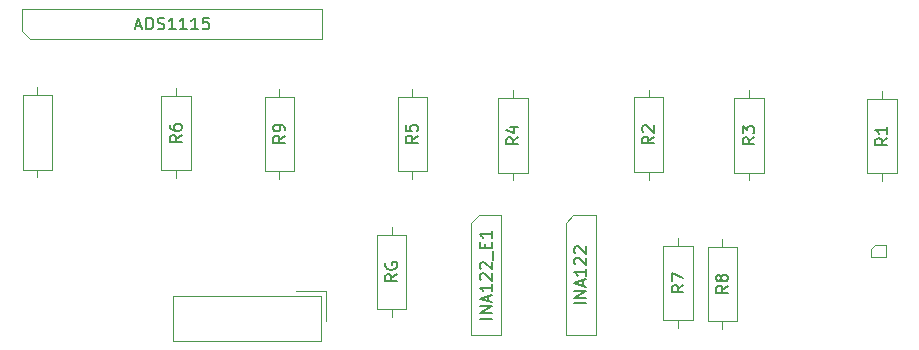
<source format=gbr>
%TF.GenerationSoftware,KiCad,Pcbnew,8.0.1*%
%TF.CreationDate,2024-10-21T16:06:20-03:00*%
%TF.ProjectId,placa_de_sensores,706c6163-615f-4646-955f-73656e736f72,rev?*%
%TF.SameCoordinates,Original*%
%TF.FileFunction,AssemblyDrawing,Top*%
%FSLAX46Y46*%
G04 Gerber Fmt 4.6, Leading zero omitted, Abs format (unit mm)*
G04 Created by KiCad (PCBNEW 8.0.1) date 2024-10-21 16:06:20*
%MOMM*%
%LPD*%
G01*
G04 APERTURE LIST*
%ADD10C,0.150000*%
%ADD11C,0.100000*%
G04 APERTURE END LIST*
D10*
X175454819Y-73650951D02*
X174454819Y-73650951D01*
X175454819Y-73174761D02*
X174454819Y-73174761D01*
X174454819Y-73174761D02*
X175454819Y-72603333D01*
X175454819Y-72603333D02*
X174454819Y-72603333D01*
X175169104Y-72174761D02*
X175169104Y-71698571D01*
X175454819Y-72269999D02*
X174454819Y-71936666D01*
X174454819Y-71936666D02*
X175454819Y-71603333D01*
X175454819Y-70746190D02*
X175454819Y-71317618D01*
X175454819Y-71031904D02*
X174454819Y-71031904D01*
X174454819Y-71031904D02*
X174597676Y-71127142D01*
X174597676Y-71127142D02*
X174692914Y-71222380D01*
X174692914Y-71222380D02*
X174740533Y-71317618D01*
X174550057Y-70365237D02*
X174502438Y-70317618D01*
X174502438Y-70317618D02*
X174454819Y-70222380D01*
X174454819Y-70222380D02*
X174454819Y-69984285D01*
X174454819Y-69984285D02*
X174502438Y-69889047D01*
X174502438Y-69889047D02*
X174550057Y-69841428D01*
X174550057Y-69841428D02*
X174645295Y-69793809D01*
X174645295Y-69793809D02*
X174740533Y-69793809D01*
X174740533Y-69793809D02*
X174883390Y-69841428D01*
X174883390Y-69841428D02*
X175454819Y-70412856D01*
X175454819Y-70412856D02*
X175454819Y-69793809D01*
X174550057Y-69412856D02*
X174502438Y-69365237D01*
X174502438Y-69365237D02*
X174454819Y-69269999D01*
X174454819Y-69269999D02*
X174454819Y-69031904D01*
X174454819Y-69031904D02*
X174502438Y-68936666D01*
X174502438Y-68936666D02*
X174550057Y-68889047D01*
X174550057Y-68889047D02*
X174645295Y-68841428D01*
X174645295Y-68841428D02*
X174740533Y-68841428D01*
X174740533Y-68841428D02*
X174883390Y-68889047D01*
X174883390Y-68889047D02*
X175454819Y-69460475D01*
X175454819Y-69460475D02*
X175454819Y-68841428D01*
X159454819Y-71190476D02*
X158978628Y-71523809D01*
X159454819Y-71761904D02*
X158454819Y-71761904D01*
X158454819Y-71761904D02*
X158454819Y-71380952D01*
X158454819Y-71380952D02*
X158502438Y-71285714D01*
X158502438Y-71285714D02*
X158550057Y-71238095D01*
X158550057Y-71238095D02*
X158645295Y-71190476D01*
X158645295Y-71190476D02*
X158788152Y-71190476D01*
X158788152Y-71190476D02*
X158883390Y-71238095D01*
X158883390Y-71238095D02*
X158931009Y-71285714D01*
X158931009Y-71285714D02*
X158978628Y-71380952D01*
X158978628Y-71380952D02*
X158978628Y-71761904D01*
X158502438Y-70238095D02*
X158454819Y-70333333D01*
X158454819Y-70333333D02*
X158454819Y-70476190D01*
X158454819Y-70476190D02*
X158502438Y-70619047D01*
X158502438Y-70619047D02*
X158597676Y-70714285D01*
X158597676Y-70714285D02*
X158692914Y-70761904D01*
X158692914Y-70761904D02*
X158883390Y-70809523D01*
X158883390Y-70809523D02*
X159026247Y-70809523D01*
X159026247Y-70809523D02*
X159216723Y-70761904D01*
X159216723Y-70761904D02*
X159311961Y-70714285D01*
X159311961Y-70714285D02*
X159407200Y-70619047D01*
X159407200Y-70619047D02*
X159454819Y-70476190D01*
X159454819Y-70476190D02*
X159454819Y-70380952D01*
X159454819Y-70380952D02*
X159407200Y-70238095D01*
X159407200Y-70238095D02*
X159359580Y-70190476D01*
X159359580Y-70190476D02*
X159026247Y-70190476D01*
X159026247Y-70190476D02*
X159026247Y-70380952D01*
X149954819Y-59476666D02*
X149478628Y-59809999D01*
X149954819Y-60048094D02*
X148954819Y-60048094D01*
X148954819Y-60048094D02*
X148954819Y-59667142D01*
X148954819Y-59667142D02*
X149002438Y-59571904D01*
X149002438Y-59571904D02*
X149050057Y-59524285D01*
X149050057Y-59524285D02*
X149145295Y-59476666D01*
X149145295Y-59476666D02*
X149288152Y-59476666D01*
X149288152Y-59476666D02*
X149383390Y-59524285D01*
X149383390Y-59524285D02*
X149431009Y-59571904D01*
X149431009Y-59571904D02*
X149478628Y-59667142D01*
X149478628Y-59667142D02*
X149478628Y-60048094D01*
X149954819Y-59000475D02*
X149954819Y-58809999D01*
X149954819Y-58809999D02*
X149907200Y-58714761D01*
X149907200Y-58714761D02*
X149859580Y-58667142D01*
X149859580Y-58667142D02*
X149716723Y-58571904D01*
X149716723Y-58571904D02*
X149526247Y-58524285D01*
X149526247Y-58524285D02*
X149145295Y-58524285D01*
X149145295Y-58524285D02*
X149050057Y-58571904D01*
X149050057Y-58571904D02*
X149002438Y-58619523D01*
X149002438Y-58619523D02*
X148954819Y-58714761D01*
X148954819Y-58714761D02*
X148954819Y-58905237D01*
X148954819Y-58905237D02*
X149002438Y-59000475D01*
X149002438Y-59000475D02*
X149050057Y-59048094D01*
X149050057Y-59048094D02*
X149145295Y-59095713D01*
X149145295Y-59095713D02*
X149383390Y-59095713D01*
X149383390Y-59095713D02*
X149478628Y-59048094D01*
X149478628Y-59048094D02*
X149526247Y-59000475D01*
X149526247Y-59000475D02*
X149573866Y-58905237D01*
X149573866Y-58905237D02*
X149573866Y-58714761D01*
X149573866Y-58714761D02*
X149526247Y-58619523D01*
X149526247Y-58619523D02*
X149478628Y-58571904D01*
X149478628Y-58571904D02*
X149383390Y-58524285D01*
X187454819Y-72166666D02*
X186978628Y-72499999D01*
X187454819Y-72738094D02*
X186454819Y-72738094D01*
X186454819Y-72738094D02*
X186454819Y-72357142D01*
X186454819Y-72357142D02*
X186502438Y-72261904D01*
X186502438Y-72261904D02*
X186550057Y-72214285D01*
X186550057Y-72214285D02*
X186645295Y-72166666D01*
X186645295Y-72166666D02*
X186788152Y-72166666D01*
X186788152Y-72166666D02*
X186883390Y-72214285D01*
X186883390Y-72214285D02*
X186931009Y-72261904D01*
X186931009Y-72261904D02*
X186978628Y-72357142D01*
X186978628Y-72357142D02*
X186978628Y-72738094D01*
X186883390Y-71595237D02*
X186835771Y-71690475D01*
X186835771Y-71690475D02*
X186788152Y-71738094D01*
X186788152Y-71738094D02*
X186692914Y-71785713D01*
X186692914Y-71785713D02*
X186645295Y-71785713D01*
X186645295Y-71785713D02*
X186550057Y-71738094D01*
X186550057Y-71738094D02*
X186502438Y-71690475D01*
X186502438Y-71690475D02*
X186454819Y-71595237D01*
X186454819Y-71595237D02*
X186454819Y-71404761D01*
X186454819Y-71404761D02*
X186502438Y-71309523D01*
X186502438Y-71309523D02*
X186550057Y-71261904D01*
X186550057Y-71261904D02*
X186645295Y-71214285D01*
X186645295Y-71214285D02*
X186692914Y-71214285D01*
X186692914Y-71214285D02*
X186788152Y-71261904D01*
X186788152Y-71261904D02*
X186835771Y-71309523D01*
X186835771Y-71309523D02*
X186883390Y-71404761D01*
X186883390Y-71404761D02*
X186883390Y-71595237D01*
X186883390Y-71595237D02*
X186931009Y-71690475D01*
X186931009Y-71690475D02*
X186978628Y-71738094D01*
X186978628Y-71738094D02*
X187073866Y-71785713D01*
X187073866Y-71785713D02*
X187264342Y-71785713D01*
X187264342Y-71785713D02*
X187359580Y-71738094D01*
X187359580Y-71738094D02*
X187407200Y-71690475D01*
X187407200Y-71690475D02*
X187454819Y-71595237D01*
X187454819Y-71595237D02*
X187454819Y-71404761D01*
X187454819Y-71404761D02*
X187407200Y-71309523D01*
X187407200Y-71309523D02*
X187359580Y-71261904D01*
X187359580Y-71261904D02*
X187264342Y-71214285D01*
X187264342Y-71214285D02*
X187073866Y-71214285D01*
X187073866Y-71214285D02*
X186978628Y-71261904D01*
X186978628Y-71261904D02*
X186931009Y-71309523D01*
X186931009Y-71309523D02*
X186883390Y-71404761D01*
X183704819Y-72106666D02*
X183228628Y-72439999D01*
X183704819Y-72678094D02*
X182704819Y-72678094D01*
X182704819Y-72678094D02*
X182704819Y-72297142D01*
X182704819Y-72297142D02*
X182752438Y-72201904D01*
X182752438Y-72201904D02*
X182800057Y-72154285D01*
X182800057Y-72154285D02*
X182895295Y-72106666D01*
X182895295Y-72106666D02*
X183038152Y-72106666D01*
X183038152Y-72106666D02*
X183133390Y-72154285D01*
X183133390Y-72154285D02*
X183181009Y-72201904D01*
X183181009Y-72201904D02*
X183228628Y-72297142D01*
X183228628Y-72297142D02*
X183228628Y-72678094D01*
X182704819Y-71773332D02*
X182704819Y-71106666D01*
X182704819Y-71106666D02*
X183704819Y-71535237D01*
X141204819Y-59416666D02*
X140728628Y-59749999D01*
X141204819Y-59988094D02*
X140204819Y-59988094D01*
X140204819Y-59988094D02*
X140204819Y-59607142D01*
X140204819Y-59607142D02*
X140252438Y-59511904D01*
X140252438Y-59511904D02*
X140300057Y-59464285D01*
X140300057Y-59464285D02*
X140395295Y-59416666D01*
X140395295Y-59416666D02*
X140538152Y-59416666D01*
X140538152Y-59416666D02*
X140633390Y-59464285D01*
X140633390Y-59464285D02*
X140681009Y-59511904D01*
X140681009Y-59511904D02*
X140728628Y-59607142D01*
X140728628Y-59607142D02*
X140728628Y-59988094D01*
X140204819Y-58559523D02*
X140204819Y-58749999D01*
X140204819Y-58749999D02*
X140252438Y-58845237D01*
X140252438Y-58845237D02*
X140300057Y-58892856D01*
X140300057Y-58892856D02*
X140442914Y-58988094D01*
X140442914Y-58988094D02*
X140633390Y-59035713D01*
X140633390Y-59035713D02*
X141014342Y-59035713D01*
X141014342Y-59035713D02*
X141109580Y-58988094D01*
X141109580Y-58988094D02*
X141157200Y-58940475D01*
X141157200Y-58940475D02*
X141204819Y-58845237D01*
X141204819Y-58845237D02*
X141204819Y-58654761D01*
X141204819Y-58654761D02*
X141157200Y-58559523D01*
X141157200Y-58559523D02*
X141109580Y-58511904D01*
X141109580Y-58511904D02*
X141014342Y-58464285D01*
X141014342Y-58464285D02*
X140776247Y-58464285D01*
X140776247Y-58464285D02*
X140681009Y-58511904D01*
X140681009Y-58511904D02*
X140633390Y-58559523D01*
X140633390Y-58559523D02*
X140585771Y-58654761D01*
X140585771Y-58654761D02*
X140585771Y-58845237D01*
X140585771Y-58845237D02*
X140633390Y-58940475D01*
X140633390Y-58940475D02*
X140681009Y-58988094D01*
X140681009Y-58988094D02*
X140776247Y-59035713D01*
X161204819Y-59476666D02*
X160728628Y-59809999D01*
X161204819Y-60048094D02*
X160204819Y-60048094D01*
X160204819Y-60048094D02*
X160204819Y-59667142D01*
X160204819Y-59667142D02*
X160252438Y-59571904D01*
X160252438Y-59571904D02*
X160300057Y-59524285D01*
X160300057Y-59524285D02*
X160395295Y-59476666D01*
X160395295Y-59476666D02*
X160538152Y-59476666D01*
X160538152Y-59476666D02*
X160633390Y-59524285D01*
X160633390Y-59524285D02*
X160681009Y-59571904D01*
X160681009Y-59571904D02*
X160728628Y-59667142D01*
X160728628Y-59667142D02*
X160728628Y-60048094D01*
X160204819Y-58571904D02*
X160204819Y-59048094D01*
X160204819Y-59048094D02*
X160681009Y-59095713D01*
X160681009Y-59095713D02*
X160633390Y-59048094D01*
X160633390Y-59048094D02*
X160585771Y-58952856D01*
X160585771Y-58952856D02*
X160585771Y-58714761D01*
X160585771Y-58714761D02*
X160633390Y-58619523D01*
X160633390Y-58619523D02*
X160681009Y-58571904D01*
X160681009Y-58571904D02*
X160776247Y-58524285D01*
X160776247Y-58524285D02*
X161014342Y-58524285D01*
X161014342Y-58524285D02*
X161109580Y-58571904D01*
X161109580Y-58571904D02*
X161157200Y-58619523D01*
X161157200Y-58619523D02*
X161204819Y-58714761D01*
X161204819Y-58714761D02*
X161204819Y-58952856D01*
X161204819Y-58952856D02*
X161157200Y-59048094D01*
X161157200Y-59048094D02*
X161109580Y-59095713D01*
X169704819Y-59606666D02*
X169228628Y-59939999D01*
X169704819Y-60178094D02*
X168704819Y-60178094D01*
X168704819Y-60178094D02*
X168704819Y-59797142D01*
X168704819Y-59797142D02*
X168752438Y-59701904D01*
X168752438Y-59701904D02*
X168800057Y-59654285D01*
X168800057Y-59654285D02*
X168895295Y-59606666D01*
X168895295Y-59606666D02*
X169038152Y-59606666D01*
X169038152Y-59606666D02*
X169133390Y-59654285D01*
X169133390Y-59654285D02*
X169181009Y-59701904D01*
X169181009Y-59701904D02*
X169228628Y-59797142D01*
X169228628Y-59797142D02*
X169228628Y-60178094D01*
X169038152Y-58749523D02*
X169704819Y-58749523D01*
X168657200Y-58987618D02*
X169371485Y-59225713D01*
X169371485Y-59225713D02*
X169371485Y-58606666D01*
X189704819Y-59606666D02*
X189228628Y-59939999D01*
X189704819Y-60178094D02*
X188704819Y-60178094D01*
X188704819Y-60178094D02*
X188704819Y-59797142D01*
X188704819Y-59797142D02*
X188752438Y-59701904D01*
X188752438Y-59701904D02*
X188800057Y-59654285D01*
X188800057Y-59654285D02*
X188895295Y-59606666D01*
X188895295Y-59606666D02*
X189038152Y-59606666D01*
X189038152Y-59606666D02*
X189133390Y-59654285D01*
X189133390Y-59654285D02*
X189181009Y-59701904D01*
X189181009Y-59701904D02*
X189228628Y-59797142D01*
X189228628Y-59797142D02*
X189228628Y-60178094D01*
X188704819Y-59273332D02*
X188704819Y-58654285D01*
X188704819Y-58654285D02*
X189085771Y-58987618D01*
X189085771Y-58987618D02*
X189085771Y-58844761D01*
X189085771Y-58844761D02*
X189133390Y-58749523D01*
X189133390Y-58749523D02*
X189181009Y-58701904D01*
X189181009Y-58701904D02*
X189276247Y-58654285D01*
X189276247Y-58654285D02*
X189514342Y-58654285D01*
X189514342Y-58654285D02*
X189609580Y-58701904D01*
X189609580Y-58701904D02*
X189657200Y-58749523D01*
X189657200Y-58749523D02*
X189704819Y-58844761D01*
X189704819Y-58844761D02*
X189704819Y-59130475D01*
X189704819Y-59130475D02*
X189657200Y-59225713D01*
X189657200Y-59225713D02*
X189609580Y-59273332D01*
X181204819Y-59536666D02*
X180728628Y-59869999D01*
X181204819Y-60108094D02*
X180204819Y-60108094D01*
X180204819Y-60108094D02*
X180204819Y-59727142D01*
X180204819Y-59727142D02*
X180252438Y-59631904D01*
X180252438Y-59631904D02*
X180300057Y-59584285D01*
X180300057Y-59584285D02*
X180395295Y-59536666D01*
X180395295Y-59536666D02*
X180538152Y-59536666D01*
X180538152Y-59536666D02*
X180633390Y-59584285D01*
X180633390Y-59584285D02*
X180681009Y-59631904D01*
X180681009Y-59631904D02*
X180728628Y-59727142D01*
X180728628Y-59727142D02*
X180728628Y-60108094D01*
X180300057Y-59155713D02*
X180252438Y-59108094D01*
X180252438Y-59108094D02*
X180204819Y-59012856D01*
X180204819Y-59012856D02*
X180204819Y-58774761D01*
X180204819Y-58774761D02*
X180252438Y-58679523D01*
X180252438Y-58679523D02*
X180300057Y-58631904D01*
X180300057Y-58631904D02*
X180395295Y-58584285D01*
X180395295Y-58584285D02*
X180490533Y-58584285D01*
X180490533Y-58584285D02*
X180633390Y-58631904D01*
X180633390Y-58631904D02*
X181204819Y-59203332D01*
X181204819Y-59203332D02*
X181204819Y-58584285D01*
X200954819Y-59666666D02*
X200478628Y-59999999D01*
X200954819Y-60238094D02*
X199954819Y-60238094D01*
X199954819Y-60238094D02*
X199954819Y-59857142D01*
X199954819Y-59857142D02*
X200002438Y-59761904D01*
X200002438Y-59761904D02*
X200050057Y-59714285D01*
X200050057Y-59714285D02*
X200145295Y-59666666D01*
X200145295Y-59666666D02*
X200288152Y-59666666D01*
X200288152Y-59666666D02*
X200383390Y-59714285D01*
X200383390Y-59714285D02*
X200431009Y-59761904D01*
X200431009Y-59761904D02*
X200478628Y-59857142D01*
X200478628Y-59857142D02*
X200478628Y-60238094D01*
X200954819Y-58714285D02*
X200954819Y-59285713D01*
X200954819Y-58999999D02*
X199954819Y-58999999D01*
X199954819Y-58999999D02*
X200097676Y-59095237D01*
X200097676Y-59095237D02*
X200192914Y-59190475D01*
X200192914Y-59190475D02*
X200240533Y-59285713D01*
X167454819Y-74960475D02*
X166454819Y-74960475D01*
X167454819Y-74484285D02*
X166454819Y-74484285D01*
X166454819Y-74484285D02*
X167454819Y-73912857D01*
X167454819Y-73912857D02*
X166454819Y-73912857D01*
X167169104Y-73484285D02*
X167169104Y-73008095D01*
X167454819Y-73579523D02*
X166454819Y-73246190D01*
X166454819Y-73246190D02*
X167454819Y-72912857D01*
X167454819Y-72055714D02*
X167454819Y-72627142D01*
X167454819Y-72341428D02*
X166454819Y-72341428D01*
X166454819Y-72341428D02*
X166597676Y-72436666D01*
X166597676Y-72436666D02*
X166692914Y-72531904D01*
X166692914Y-72531904D02*
X166740533Y-72627142D01*
X166550057Y-71674761D02*
X166502438Y-71627142D01*
X166502438Y-71627142D02*
X166454819Y-71531904D01*
X166454819Y-71531904D02*
X166454819Y-71293809D01*
X166454819Y-71293809D02*
X166502438Y-71198571D01*
X166502438Y-71198571D02*
X166550057Y-71150952D01*
X166550057Y-71150952D02*
X166645295Y-71103333D01*
X166645295Y-71103333D02*
X166740533Y-71103333D01*
X166740533Y-71103333D02*
X166883390Y-71150952D01*
X166883390Y-71150952D02*
X167454819Y-71722380D01*
X167454819Y-71722380D02*
X167454819Y-71103333D01*
X166550057Y-70722380D02*
X166502438Y-70674761D01*
X166502438Y-70674761D02*
X166454819Y-70579523D01*
X166454819Y-70579523D02*
X166454819Y-70341428D01*
X166454819Y-70341428D02*
X166502438Y-70246190D01*
X166502438Y-70246190D02*
X166550057Y-70198571D01*
X166550057Y-70198571D02*
X166645295Y-70150952D01*
X166645295Y-70150952D02*
X166740533Y-70150952D01*
X166740533Y-70150952D02*
X166883390Y-70198571D01*
X166883390Y-70198571D02*
X167454819Y-70769999D01*
X167454819Y-70769999D02*
X167454819Y-70150952D01*
X167550057Y-69960476D02*
X167550057Y-69198571D01*
X166931009Y-68960475D02*
X166931009Y-68627142D01*
X167454819Y-68484285D02*
X167454819Y-68960475D01*
X167454819Y-68960475D02*
X166454819Y-68960475D01*
X166454819Y-68960475D02*
X166454819Y-68484285D01*
X167454819Y-67531904D02*
X167454819Y-68103332D01*
X167454819Y-67817618D02*
X166454819Y-67817618D01*
X166454819Y-67817618D02*
X166597676Y-67912856D01*
X166597676Y-67912856D02*
X166692914Y-68008094D01*
X166692914Y-68008094D02*
X166740533Y-68103332D01*
X137320952Y-50169104D02*
X137797142Y-50169104D01*
X137225714Y-50454819D02*
X137559047Y-49454819D01*
X137559047Y-49454819D02*
X137892380Y-50454819D01*
X138225714Y-50454819D02*
X138225714Y-49454819D01*
X138225714Y-49454819D02*
X138463809Y-49454819D01*
X138463809Y-49454819D02*
X138606666Y-49502438D01*
X138606666Y-49502438D02*
X138701904Y-49597676D01*
X138701904Y-49597676D02*
X138749523Y-49692914D01*
X138749523Y-49692914D02*
X138797142Y-49883390D01*
X138797142Y-49883390D02*
X138797142Y-50026247D01*
X138797142Y-50026247D02*
X138749523Y-50216723D01*
X138749523Y-50216723D02*
X138701904Y-50311961D01*
X138701904Y-50311961D02*
X138606666Y-50407200D01*
X138606666Y-50407200D02*
X138463809Y-50454819D01*
X138463809Y-50454819D02*
X138225714Y-50454819D01*
X139178095Y-50407200D02*
X139320952Y-50454819D01*
X139320952Y-50454819D02*
X139559047Y-50454819D01*
X139559047Y-50454819D02*
X139654285Y-50407200D01*
X139654285Y-50407200D02*
X139701904Y-50359580D01*
X139701904Y-50359580D02*
X139749523Y-50264342D01*
X139749523Y-50264342D02*
X139749523Y-50169104D01*
X139749523Y-50169104D02*
X139701904Y-50073866D01*
X139701904Y-50073866D02*
X139654285Y-50026247D01*
X139654285Y-50026247D02*
X139559047Y-49978628D01*
X139559047Y-49978628D02*
X139368571Y-49931009D01*
X139368571Y-49931009D02*
X139273333Y-49883390D01*
X139273333Y-49883390D02*
X139225714Y-49835771D01*
X139225714Y-49835771D02*
X139178095Y-49740533D01*
X139178095Y-49740533D02*
X139178095Y-49645295D01*
X139178095Y-49645295D02*
X139225714Y-49550057D01*
X139225714Y-49550057D02*
X139273333Y-49502438D01*
X139273333Y-49502438D02*
X139368571Y-49454819D01*
X139368571Y-49454819D02*
X139606666Y-49454819D01*
X139606666Y-49454819D02*
X139749523Y-49502438D01*
X140701904Y-50454819D02*
X140130476Y-50454819D01*
X140416190Y-50454819D02*
X140416190Y-49454819D01*
X140416190Y-49454819D02*
X140320952Y-49597676D01*
X140320952Y-49597676D02*
X140225714Y-49692914D01*
X140225714Y-49692914D02*
X140130476Y-49740533D01*
X141654285Y-50454819D02*
X141082857Y-50454819D01*
X141368571Y-50454819D02*
X141368571Y-49454819D01*
X141368571Y-49454819D02*
X141273333Y-49597676D01*
X141273333Y-49597676D02*
X141178095Y-49692914D01*
X141178095Y-49692914D02*
X141082857Y-49740533D01*
X142606666Y-50454819D02*
X142035238Y-50454819D01*
X142320952Y-50454819D02*
X142320952Y-49454819D01*
X142320952Y-49454819D02*
X142225714Y-49597676D01*
X142225714Y-49597676D02*
X142130476Y-49692914D01*
X142130476Y-49692914D02*
X142035238Y-49740533D01*
X143511428Y-49454819D02*
X143035238Y-49454819D01*
X143035238Y-49454819D02*
X142987619Y-49931009D01*
X142987619Y-49931009D02*
X143035238Y-49883390D01*
X143035238Y-49883390D02*
X143130476Y-49835771D01*
X143130476Y-49835771D02*
X143368571Y-49835771D01*
X143368571Y-49835771D02*
X143463809Y-49883390D01*
X143463809Y-49883390D02*
X143511428Y-49931009D01*
X143511428Y-49931009D02*
X143559047Y-50026247D01*
X143559047Y-50026247D02*
X143559047Y-50264342D01*
X143559047Y-50264342D02*
X143511428Y-50359580D01*
X143511428Y-50359580D02*
X143463809Y-50407200D01*
X143463809Y-50407200D02*
X143368571Y-50454819D01*
X143368571Y-50454819D02*
X143130476Y-50454819D01*
X143130476Y-50454819D02*
X143035238Y-50407200D01*
X143035238Y-50407200D02*
X142987619Y-50359580D01*
D11*
%TO.C,CONEX\u00C3O-I2C1*%
X153410000Y-75140000D02*
X153410000Y-72640000D01*
X153410000Y-72640000D02*
X150910000Y-72640000D01*
X153000000Y-76850000D02*
X153000000Y-73050000D01*
X153000000Y-73050000D02*
X140500000Y-73050000D01*
X140500000Y-76850000D02*
X153000000Y-76850000D01*
X140500000Y-73050000D02*
X140500000Y-76850000D01*
%TO.C,INA122*%
X173730000Y-66825000D02*
X174365000Y-66190000D01*
X173730000Y-76350000D02*
X173730000Y-66825000D01*
X174365000Y-66190000D02*
X176270000Y-66190000D01*
X176270000Y-66190000D02*
X176270000Y-76350000D01*
X176270000Y-76350000D02*
X173730000Y-76350000D01*
%TO.C,RG*%
X159000000Y-67190000D02*
X159000000Y-67850000D01*
X160250000Y-67850000D02*
X157750000Y-67850000D01*
X157750000Y-67850000D02*
X157750000Y-74150000D01*
X160250000Y-74150000D02*
X160250000Y-67850000D01*
X157750000Y-74150000D02*
X160250000Y-74150000D01*
X159000000Y-74810000D02*
X159000000Y-74150000D01*
%TO.C,R10*%
X129000000Y-55380000D02*
X129000000Y-56040000D01*
X130250000Y-56040000D02*
X127750000Y-56040000D01*
X127750000Y-56040000D02*
X127750000Y-62340000D01*
X130250000Y-62340000D02*
X130250000Y-56040000D01*
X127750000Y-62340000D02*
X130250000Y-62340000D01*
X129000000Y-63000000D02*
X129000000Y-62340000D01*
%TO.C,R9*%
X149500000Y-55500000D02*
X149500000Y-56160000D01*
X150750000Y-56160000D02*
X148250000Y-56160000D01*
X148250000Y-56160000D02*
X148250000Y-62460000D01*
X150750000Y-62460000D02*
X150750000Y-56160000D01*
X148250000Y-62460000D02*
X150750000Y-62460000D01*
X149500000Y-63120000D02*
X149500000Y-62460000D01*
%TO.C,R8*%
X187000000Y-75810000D02*
X187000000Y-75150000D01*
X185750000Y-75150000D02*
X188250000Y-75150000D01*
X188250000Y-75150000D02*
X188250000Y-68850000D01*
X185750000Y-68850000D02*
X185750000Y-75150000D01*
X188250000Y-68850000D02*
X185750000Y-68850000D01*
X187000000Y-68190000D02*
X187000000Y-68850000D01*
%TO.C,R7*%
X183250000Y-68130000D02*
X183250000Y-68790000D01*
X184500000Y-68790000D02*
X182000000Y-68790000D01*
X182000000Y-68790000D02*
X182000000Y-75090000D01*
X184500000Y-75090000D02*
X184500000Y-68790000D01*
X182000000Y-75090000D02*
X184500000Y-75090000D01*
X183250000Y-75750000D02*
X183250000Y-75090000D01*
%TO.C,R6*%
X140750000Y-55440000D02*
X140750000Y-56100000D01*
X142000000Y-56100000D02*
X139500000Y-56100000D01*
X139500000Y-56100000D02*
X139500000Y-62400000D01*
X142000000Y-62400000D02*
X142000000Y-56100000D01*
X139500000Y-62400000D02*
X142000000Y-62400000D01*
X140750000Y-63060000D02*
X140750000Y-62400000D01*
%TO.C,R5*%
X160750000Y-63120000D02*
X160750000Y-62460000D01*
X159500000Y-62460000D02*
X162000000Y-62460000D01*
X162000000Y-62460000D02*
X162000000Y-56160000D01*
X159500000Y-56160000D02*
X159500000Y-62460000D01*
X162000000Y-56160000D02*
X159500000Y-56160000D01*
X160750000Y-55500000D02*
X160750000Y-56160000D01*
%TO.C,R4*%
X169250000Y-63250000D02*
X169250000Y-62590000D01*
X168000000Y-62590000D02*
X170500000Y-62590000D01*
X170500000Y-62590000D02*
X170500000Y-56290000D01*
X168000000Y-56290000D02*
X168000000Y-62590000D01*
X170500000Y-56290000D02*
X168000000Y-56290000D01*
X169250000Y-55630000D02*
X169250000Y-56290000D01*
%TO.C,R3*%
X189250000Y-63250000D02*
X189250000Y-62590000D01*
X188000000Y-62590000D02*
X190500000Y-62590000D01*
X190500000Y-62590000D02*
X190500000Y-56290000D01*
X188000000Y-56290000D02*
X188000000Y-62590000D01*
X190500000Y-56290000D02*
X188000000Y-56290000D01*
X189250000Y-55630000D02*
X189250000Y-56290000D01*
%TO.C,R2*%
X180750000Y-63180000D02*
X180750000Y-62520000D01*
X179500000Y-62520000D02*
X182000000Y-62520000D01*
X182000000Y-62520000D02*
X182000000Y-56220000D01*
X179500000Y-56220000D02*
X179500000Y-62520000D01*
X182000000Y-56220000D02*
X179500000Y-56220000D01*
X180750000Y-55560000D02*
X180750000Y-56220000D01*
%TO.C,R1*%
X200500000Y-63310000D02*
X200500000Y-62650000D01*
X199250000Y-62650000D02*
X201750000Y-62650000D01*
X201750000Y-62650000D02*
X201750000Y-56350000D01*
X199250000Y-56350000D02*
X199250000Y-62650000D01*
X201750000Y-56350000D02*
X199250000Y-56350000D01*
X200500000Y-55690000D02*
X200500000Y-56350000D01*
%TO.C,ANA_OUT*%
X199615000Y-69067500D02*
X199932500Y-68750000D01*
X199615000Y-69750000D02*
X199615000Y-69067500D01*
X199932500Y-68750000D02*
X200885000Y-68750000D01*
X200885000Y-68750000D02*
X200885000Y-69750000D01*
X200885000Y-69750000D02*
X199615000Y-69750000D01*
%TO.C,INA122_E1*%
X165730000Y-66825000D02*
X166365000Y-66190000D01*
X165730000Y-76350000D02*
X165730000Y-66825000D01*
X166365000Y-66190000D02*
X168270000Y-66190000D01*
X168270000Y-66190000D02*
X168270000Y-76350000D01*
X168270000Y-76350000D02*
X165730000Y-76350000D01*
%TO.C,ADS1115*%
X153140000Y-51270000D02*
X128375000Y-51270000D01*
X153140000Y-48730000D02*
X153140000Y-51270000D01*
X128375000Y-51270000D02*
X127740000Y-50635000D01*
X127740000Y-50635000D02*
X127740000Y-48730000D01*
X127740000Y-48730000D02*
X153140000Y-48730000D01*
%TD*%
M02*

</source>
